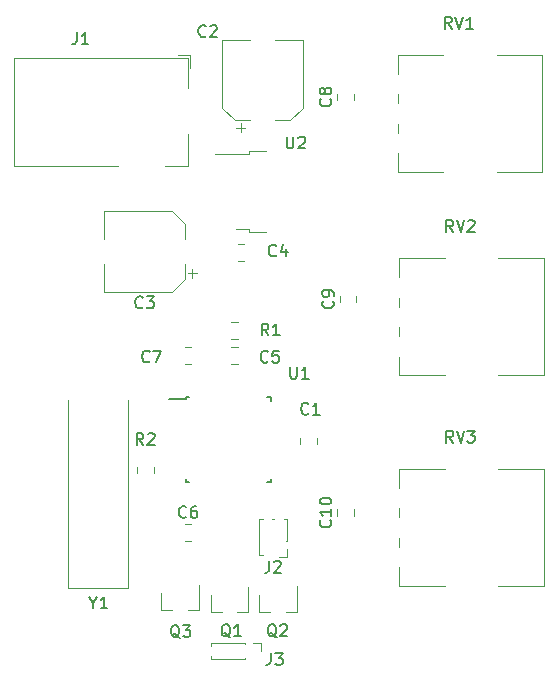
<source format=gbr>
G04 #@! TF.GenerationSoftware,KiCad,Pcbnew,5.0.2-bee76a0~70~ubuntu18.04.1*
G04 #@! TF.CreationDate,2018-12-03T19:26:52-05:00*
G04 #@! TF.ProjectId,LEDStuff,4c454453-7475-4666-962e-6b696361645f,rev?*
G04 #@! TF.SameCoordinates,Original*
G04 #@! TF.FileFunction,Legend,Top*
G04 #@! TF.FilePolarity,Positive*
%FSLAX46Y46*%
G04 Gerber Fmt 4.6, Leading zero omitted, Abs format (unit mm)*
G04 Created by KiCad (PCBNEW 5.0.2-bee76a0~70~ubuntu18.04.1) date Mon 03 Dec 2018 07:26:52 PM EST*
%MOMM*%
%LPD*%
G01*
G04 APERTURE LIST*
%ADD10C,0.120000*%
%ADD11C,0.150000*%
G04 APERTURE END LIST*
D10*
G04 #@! TO.C,C1*
X153516400Y-103833452D02*
X153516400Y-103310948D01*
X152096400Y-103833452D02*
X152096400Y-103310948D01*
G04 #@! TO.C,C2*
X152300996Y-69602071D02*
X149950996Y-69602071D01*
X145480996Y-69602071D02*
X147830996Y-69602071D01*
X145480996Y-75357634D02*
X145480996Y-69602071D01*
X152300996Y-75357634D02*
X152300996Y-69602071D01*
X151236559Y-76422071D02*
X149950996Y-76422071D01*
X146545433Y-76422071D02*
X147830996Y-76422071D01*
X146545433Y-76422071D02*
X145480996Y-75357634D01*
X151236559Y-76422071D02*
X152300996Y-75357634D01*
X147043496Y-77449571D02*
X147043496Y-76662071D01*
X146649746Y-77055821D02*
X147437246Y-77055821D01*
G04 #@! TO.C,C3*
X142943650Y-89782350D02*
X142943650Y-88994850D01*
X143337400Y-89388600D02*
X142549900Y-89388600D01*
X142309900Y-85195537D02*
X141245463Y-84131100D01*
X142309900Y-89886663D02*
X141245463Y-90951100D01*
X142309900Y-89886663D02*
X142309900Y-88601100D01*
X142309900Y-85195537D02*
X142309900Y-86481100D01*
X141245463Y-84131100D02*
X135489900Y-84131100D01*
X141245463Y-90951100D02*
X135489900Y-90951100D01*
X135489900Y-90951100D02*
X135489900Y-88601100D01*
X135489900Y-84131100D02*
X135489900Y-86481100D01*
G04 #@! TO.C,C4*
X146801048Y-86881900D02*
X147323552Y-86881900D01*
X146801048Y-88301900D02*
X147323552Y-88301900D01*
G04 #@! TO.C,C5*
X146772152Y-95644900D02*
X146249648Y-95644900D01*
X146772152Y-97064900D02*
X146249648Y-97064900D01*
G04 #@! TO.C,C6*
X142338048Y-110592800D02*
X142860552Y-110592800D01*
X142338048Y-112012800D02*
X142860552Y-112012800D01*
G04 #@! TO.C,C7*
X142308948Y-97077600D02*
X142831452Y-97077600D01*
X142308948Y-95657600D02*
X142831452Y-95657600D01*
G04 #@! TO.C,C8*
X156627900Y-74704952D02*
X156627900Y-74182448D01*
X155207900Y-74704952D02*
X155207900Y-74182448D01*
G04 #@! TO.C,C9*
X155411100Y-91837252D02*
X155411100Y-91314748D01*
X156831100Y-91837252D02*
X156831100Y-91314748D01*
G04 #@! TO.C,C10*
X155207900Y-109904052D02*
X155207900Y-109381548D01*
X156627900Y-109904052D02*
X156627900Y-109381548D01*
G04 #@! TO.C,J1*
X142743100Y-71967400D02*
X142743100Y-70917400D01*
X141693100Y-70917400D02*
X142743100Y-70917400D01*
X136643100Y-80317400D02*
X127843100Y-80317400D01*
X127843100Y-80317400D02*
X127843100Y-71117400D01*
X142543100Y-77617400D02*
X142543100Y-80317400D01*
X142543100Y-80317400D02*
X140643100Y-80317400D01*
X127843100Y-71117400D02*
X142543100Y-71117400D01*
X142543100Y-71117400D02*
X142543100Y-73717400D01*
G04 #@! TO.C,J2*
X150989100Y-110152500D02*
X150673593Y-110152500D01*
X148884607Y-110152500D02*
X148569100Y-110152500D01*
X149884607Y-110152500D02*
X149673593Y-110152500D01*
X150989100Y-112027500D02*
X150989100Y-110152500D01*
X148569100Y-113272500D02*
X148569100Y-110152500D01*
X150989100Y-112027500D02*
X150887376Y-112027500D01*
X148884607Y-113272500D02*
X148569100Y-113272500D01*
X150989100Y-112712500D02*
X150989100Y-113397500D01*
X150989100Y-113397500D02*
X150279100Y-113397500D01*
G04 #@! TO.C,J3*
X144547400Y-120678900D02*
X144547400Y-120979407D01*
X144547400Y-121768393D02*
X144547400Y-122068900D01*
X147422400Y-120678900D02*
X144547400Y-120678900D01*
X147422400Y-122068900D02*
X144547400Y-122068900D01*
X147422400Y-120678900D02*
X147422400Y-120765624D01*
X147422400Y-121982176D02*
X147422400Y-122068900D01*
X148107400Y-120678900D02*
X148792400Y-120678900D01*
X148792400Y-120678900D02*
X148792400Y-121373900D01*
G04 #@! TO.C,Q1*
X144520800Y-118082600D02*
X145450800Y-118082600D01*
X147680800Y-118082600D02*
X146750800Y-118082600D01*
X147680800Y-118082600D02*
X147680800Y-115922600D01*
X144520800Y-118082600D02*
X144520800Y-116622600D01*
G04 #@! TO.C,Q2*
X148622900Y-118057200D02*
X148622900Y-116597200D01*
X151782900Y-118057200D02*
X151782900Y-115897200D01*
X151782900Y-118057200D02*
X150852900Y-118057200D01*
X148622900Y-118057200D02*
X149552900Y-118057200D01*
G04 #@! TO.C,Q3*
X140329800Y-117904800D02*
X141259800Y-117904800D01*
X143489800Y-117904800D02*
X142559800Y-117904800D01*
X143489800Y-117904800D02*
X143489800Y-115744800D01*
X140329800Y-117904800D02*
X140329800Y-116444800D01*
G04 #@! TO.C,R1*
X146249648Y-93498600D02*
X146772152Y-93498600D01*
X146249648Y-94918600D02*
X146772152Y-94918600D01*
G04 #@! TO.C,R2*
X138291500Y-105762048D02*
X138291500Y-106284552D01*
X139711500Y-105762048D02*
X139711500Y-106284552D01*
G04 #@! TO.C,RV1*
X160328500Y-70901700D02*
X164193500Y-70901700D01*
X168703500Y-70901700D02*
X172568500Y-70901700D01*
X160328500Y-80841700D02*
X164193500Y-80841700D01*
X168703500Y-80841700D02*
X172568500Y-80841700D01*
X160328500Y-70901700D02*
X160328500Y-72500700D01*
X160328500Y-74242700D02*
X160328500Y-75001700D01*
X160328500Y-76742700D02*
X160328500Y-77501700D01*
X160328500Y-79241700D02*
X160328500Y-80841700D01*
X172568500Y-70901700D02*
X172568500Y-80841700D01*
G04 #@! TO.C,RV2*
X172695500Y-88097500D02*
X172695500Y-98037500D01*
X160455500Y-96437500D02*
X160455500Y-98037500D01*
X160455500Y-93938500D02*
X160455500Y-94697500D01*
X160455500Y-91438500D02*
X160455500Y-92197500D01*
X160455500Y-88097500D02*
X160455500Y-89696500D01*
X168830500Y-98037500D02*
X172695500Y-98037500D01*
X160455500Y-98037500D02*
X164320500Y-98037500D01*
X168830500Y-88097500D02*
X172695500Y-88097500D01*
X160455500Y-88097500D02*
X164320500Y-88097500D01*
G04 #@! TO.C,RV3*
X160455500Y-105941000D02*
X164320500Y-105941000D01*
X168830500Y-105941000D02*
X172695500Y-105941000D01*
X160455500Y-115881000D02*
X164320500Y-115881000D01*
X168830500Y-115881000D02*
X172695500Y-115881000D01*
X160455500Y-105941000D02*
X160455500Y-107540000D01*
X160455500Y-109282000D02*
X160455500Y-110041000D01*
X160455500Y-111782000D02*
X160455500Y-112541000D01*
X160455500Y-114281000D02*
X160455500Y-115881000D01*
X172695500Y-105941000D02*
X172695500Y-115881000D01*
D11*
G04 #@! TO.C,U1*
X142374200Y-99841900D02*
X142374200Y-100066900D01*
X149624200Y-99841900D02*
X149624200Y-100166900D01*
X149624200Y-107091900D02*
X149624200Y-106766900D01*
X142374200Y-107091900D02*
X142374200Y-106766900D01*
X142374200Y-99841900D02*
X142699200Y-99841900D01*
X142374200Y-107091900D02*
X142699200Y-107091900D01*
X149624200Y-107091900D02*
X149299200Y-107091900D01*
X149624200Y-99841900D02*
X149299200Y-99841900D01*
X142374200Y-100066900D02*
X140949200Y-100066900D01*
D10*
G04 #@! TO.C,Y1*
X132425600Y-100094200D02*
X132425600Y-116069200D01*
X132425600Y-116069200D02*
X137525600Y-116069200D01*
X137525600Y-116069200D02*
X137525600Y-100094200D01*
G04 #@! TO.C,U2*
X149207500Y-79011100D02*
X147707500Y-79011100D01*
X147707500Y-79011100D02*
X147707500Y-79281100D01*
X147707500Y-79281100D02*
X144877500Y-79281100D01*
X149207500Y-85911100D02*
X147707500Y-85911100D01*
X147707500Y-85911100D02*
X147707500Y-85641100D01*
X147707500Y-85641100D02*
X146607500Y-85641100D01*
G04 #@! TO.C,C1*
D11*
X152766733Y-101245942D02*
X152719114Y-101293561D01*
X152576257Y-101341180D01*
X152481019Y-101341180D01*
X152338161Y-101293561D01*
X152242923Y-101198323D01*
X152195304Y-101103085D01*
X152147685Y-100912609D01*
X152147685Y-100769752D01*
X152195304Y-100579276D01*
X152242923Y-100484038D01*
X152338161Y-100388800D01*
X152481019Y-100341180D01*
X152576257Y-100341180D01*
X152719114Y-100388800D01*
X152766733Y-100436419D01*
X153719114Y-101341180D02*
X153147685Y-101341180D01*
X153433400Y-101341180D02*
X153433400Y-100341180D01*
X153338161Y-100484038D01*
X153242923Y-100579276D01*
X153147685Y-100626895D01*
G04 #@! TO.C,C2*
X144079933Y-69292742D02*
X144032314Y-69340361D01*
X143889457Y-69387980D01*
X143794219Y-69387980D01*
X143651361Y-69340361D01*
X143556123Y-69245123D01*
X143508504Y-69149885D01*
X143460885Y-68959409D01*
X143460885Y-68816552D01*
X143508504Y-68626076D01*
X143556123Y-68530838D01*
X143651361Y-68435600D01*
X143794219Y-68387980D01*
X143889457Y-68387980D01*
X144032314Y-68435600D01*
X144079933Y-68483219D01*
X144460885Y-68483219D02*
X144508504Y-68435600D01*
X144603742Y-68387980D01*
X144841838Y-68387980D01*
X144937076Y-68435600D01*
X144984695Y-68483219D01*
X145032314Y-68578457D01*
X145032314Y-68673695D01*
X144984695Y-68816552D01*
X144413266Y-69387980D01*
X145032314Y-69387980D01*
G04 #@! TO.C,C3*
X138733233Y-92248242D02*
X138685614Y-92295861D01*
X138542757Y-92343480D01*
X138447519Y-92343480D01*
X138304661Y-92295861D01*
X138209423Y-92200623D01*
X138161804Y-92105385D01*
X138114185Y-91914909D01*
X138114185Y-91772052D01*
X138161804Y-91581576D01*
X138209423Y-91486338D01*
X138304661Y-91391100D01*
X138447519Y-91343480D01*
X138542757Y-91343480D01*
X138685614Y-91391100D01*
X138733233Y-91438719D01*
X139066566Y-91343480D02*
X139685614Y-91343480D01*
X139352280Y-91724433D01*
X139495138Y-91724433D01*
X139590376Y-91772052D01*
X139637995Y-91819671D01*
X139685614Y-91914909D01*
X139685614Y-92153004D01*
X139637995Y-92248242D01*
X139590376Y-92295861D01*
X139495138Y-92343480D01*
X139209423Y-92343480D01*
X139114185Y-92295861D01*
X139066566Y-92248242D01*
G04 #@! TO.C,C4*
X150036233Y-87860142D02*
X149988614Y-87907761D01*
X149845757Y-87955380D01*
X149750519Y-87955380D01*
X149607661Y-87907761D01*
X149512423Y-87812523D01*
X149464804Y-87717285D01*
X149417185Y-87526809D01*
X149417185Y-87383952D01*
X149464804Y-87193476D01*
X149512423Y-87098238D01*
X149607661Y-87003000D01*
X149750519Y-86955380D01*
X149845757Y-86955380D01*
X149988614Y-87003000D01*
X150036233Y-87050619D01*
X150893376Y-87288714D02*
X150893376Y-87955380D01*
X150655280Y-86907761D02*
X150417185Y-87622047D01*
X151036233Y-87622047D01*
G04 #@! TO.C,C5*
X149337733Y-96851742D02*
X149290114Y-96899361D01*
X149147257Y-96946980D01*
X149052019Y-96946980D01*
X148909161Y-96899361D01*
X148813923Y-96804123D01*
X148766304Y-96708885D01*
X148718685Y-96518409D01*
X148718685Y-96375552D01*
X148766304Y-96185076D01*
X148813923Y-96089838D01*
X148909161Y-95994600D01*
X149052019Y-95946980D01*
X149147257Y-95946980D01*
X149290114Y-95994600D01*
X149337733Y-96042219D01*
X150242495Y-95946980D02*
X149766304Y-95946980D01*
X149718685Y-96423171D01*
X149766304Y-96375552D01*
X149861542Y-96327933D01*
X150099638Y-96327933D01*
X150194876Y-96375552D01*
X150242495Y-96423171D01*
X150290114Y-96518409D01*
X150290114Y-96756504D01*
X150242495Y-96851742D01*
X150194876Y-96899361D01*
X150099638Y-96946980D01*
X149861542Y-96946980D01*
X149766304Y-96899361D01*
X149718685Y-96851742D01*
G04 #@! TO.C,C6*
X142416233Y-109996242D02*
X142368614Y-110043861D01*
X142225757Y-110091480D01*
X142130519Y-110091480D01*
X141987661Y-110043861D01*
X141892423Y-109948623D01*
X141844804Y-109853385D01*
X141797185Y-109662909D01*
X141797185Y-109520052D01*
X141844804Y-109329576D01*
X141892423Y-109234338D01*
X141987661Y-109139100D01*
X142130519Y-109091480D01*
X142225757Y-109091480D01*
X142368614Y-109139100D01*
X142416233Y-109186719D01*
X143273376Y-109091480D02*
X143082900Y-109091480D01*
X142987661Y-109139100D01*
X142940042Y-109186719D01*
X142844804Y-109329576D01*
X142797185Y-109520052D01*
X142797185Y-109901004D01*
X142844804Y-109996242D01*
X142892423Y-110043861D01*
X142987661Y-110091480D01*
X143178138Y-110091480D01*
X143273376Y-110043861D01*
X143320995Y-109996242D01*
X143368614Y-109901004D01*
X143368614Y-109662909D01*
X143320995Y-109567671D01*
X143273376Y-109520052D01*
X143178138Y-109472433D01*
X142987661Y-109472433D01*
X142892423Y-109520052D01*
X142844804Y-109567671D01*
X142797185Y-109662909D01*
G04 #@! TO.C,C7*
X139317433Y-96839042D02*
X139269814Y-96886661D01*
X139126957Y-96934280D01*
X139031719Y-96934280D01*
X138888861Y-96886661D01*
X138793623Y-96791423D01*
X138746004Y-96696185D01*
X138698385Y-96505709D01*
X138698385Y-96362852D01*
X138746004Y-96172376D01*
X138793623Y-96077138D01*
X138888861Y-95981900D01*
X139031719Y-95934280D01*
X139126957Y-95934280D01*
X139269814Y-95981900D01*
X139317433Y-96029519D01*
X139650766Y-95934280D02*
X140317433Y-95934280D01*
X139888861Y-96934280D01*
G04 #@! TO.C,C8*
X154625042Y-74610366D02*
X154672661Y-74657985D01*
X154720280Y-74800842D01*
X154720280Y-74896080D01*
X154672661Y-75038938D01*
X154577423Y-75134176D01*
X154482185Y-75181795D01*
X154291709Y-75229414D01*
X154148852Y-75229414D01*
X153958376Y-75181795D01*
X153863138Y-75134176D01*
X153767900Y-75038938D01*
X153720280Y-74896080D01*
X153720280Y-74800842D01*
X153767900Y-74657985D01*
X153815519Y-74610366D01*
X154148852Y-74038938D02*
X154101233Y-74134176D01*
X154053614Y-74181795D01*
X153958376Y-74229414D01*
X153910757Y-74229414D01*
X153815519Y-74181795D01*
X153767900Y-74134176D01*
X153720280Y-74038938D01*
X153720280Y-73848461D01*
X153767900Y-73753223D01*
X153815519Y-73705604D01*
X153910757Y-73657985D01*
X153958376Y-73657985D01*
X154053614Y-73705604D01*
X154101233Y-73753223D01*
X154148852Y-73848461D01*
X154148852Y-74038938D01*
X154196471Y-74134176D01*
X154244090Y-74181795D01*
X154339328Y-74229414D01*
X154529804Y-74229414D01*
X154625042Y-74181795D01*
X154672661Y-74134176D01*
X154720280Y-74038938D01*
X154720280Y-73848461D01*
X154672661Y-73753223D01*
X154625042Y-73705604D01*
X154529804Y-73657985D01*
X154339328Y-73657985D01*
X154244090Y-73705604D01*
X154196471Y-73753223D01*
X154148852Y-73848461D01*
G04 #@! TO.C,C9*
X154828242Y-91742666D02*
X154875861Y-91790285D01*
X154923480Y-91933142D01*
X154923480Y-92028380D01*
X154875861Y-92171238D01*
X154780623Y-92266476D01*
X154685385Y-92314095D01*
X154494909Y-92361714D01*
X154352052Y-92361714D01*
X154161576Y-92314095D01*
X154066338Y-92266476D01*
X153971100Y-92171238D01*
X153923480Y-92028380D01*
X153923480Y-91933142D01*
X153971100Y-91790285D01*
X154018719Y-91742666D01*
X154923480Y-91266476D02*
X154923480Y-91076000D01*
X154875861Y-90980761D01*
X154828242Y-90933142D01*
X154685385Y-90837904D01*
X154494909Y-90790285D01*
X154113957Y-90790285D01*
X154018719Y-90837904D01*
X153971100Y-90885523D01*
X153923480Y-90980761D01*
X153923480Y-91171238D01*
X153971100Y-91266476D01*
X154018719Y-91314095D01*
X154113957Y-91361714D01*
X154352052Y-91361714D01*
X154447290Y-91314095D01*
X154494909Y-91266476D01*
X154542528Y-91171238D01*
X154542528Y-90980761D01*
X154494909Y-90885523D01*
X154447290Y-90837904D01*
X154352052Y-90790285D01*
G04 #@! TO.C,C10*
X154625042Y-110285657D02*
X154672661Y-110333276D01*
X154720280Y-110476133D01*
X154720280Y-110571371D01*
X154672661Y-110714228D01*
X154577423Y-110809466D01*
X154482185Y-110857085D01*
X154291709Y-110904704D01*
X154148852Y-110904704D01*
X153958376Y-110857085D01*
X153863138Y-110809466D01*
X153767900Y-110714228D01*
X153720280Y-110571371D01*
X153720280Y-110476133D01*
X153767900Y-110333276D01*
X153815519Y-110285657D01*
X154720280Y-109333276D02*
X154720280Y-109904704D01*
X154720280Y-109618990D02*
X153720280Y-109618990D01*
X153863138Y-109714228D01*
X153958376Y-109809466D01*
X154005995Y-109904704D01*
X153720280Y-108714228D02*
X153720280Y-108618990D01*
X153767900Y-108523752D01*
X153815519Y-108476133D01*
X153910757Y-108428514D01*
X154101233Y-108380895D01*
X154339328Y-108380895D01*
X154529804Y-108428514D01*
X154625042Y-108476133D01*
X154672661Y-108523752D01*
X154720280Y-108618990D01*
X154720280Y-108714228D01*
X154672661Y-108809466D01*
X154625042Y-108857085D01*
X154529804Y-108904704D01*
X154339328Y-108952323D01*
X154101233Y-108952323D01*
X153910757Y-108904704D01*
X153815519Y-108857085D01*
X153767900Y-108809466D01*
X153720280Y-108714228D01*
G04 #@! TO.C,J1*
X133143666Y-68984880D02*
X133143666Y-69699166D01*
X133096047Y-69842023D01*
X133000809Y-69937261D01*
X132857952Y-69984880D01*
X132762714Y-69984880D01*
X134143666Y-69984880D02*
X133572238Y-69984880D01*
X133857952Y-69984880D02*
X133857952Y-68984880D01*
X133762714Y-69127738D01*
X133667476Y-69222976D01*
X133572238Y-69270595D01*
G04 #@! TO.C,J2*
X149445766Y-113724880D02*
X149445766Y-114439166D01*
X149398147Y-114582023D01*
X149302909Y-114677261D01*
X149160052Y-114724880D01*
X149064814Y-114724880D01*
X149874338Y-113820119D02*
X149921957Y-113772500D01*
X150017195Y-113724880D01*
X150255290Y-113724880D01*
X150350528Y-113772500D01*
X150398147Y-113820119D01*
X150445766Y-113915357D01*
X150445766Y-114010595D01*
X150398147Y-114153452D01*
X149826719Y-114724880D01*
X150445766Y-114724880D01*
G04 #@! TO.C,J3*
X149590166Y-121537480D02*
X149590166Y-122251766D01*
X149542547Y-122394623D01*
X149447309Y-122489861D01*
X149304452Y-122537480D01*
X149209214Y-122537480D01*
X149971119Y-121537480D02*
X150590166Y-121537480D01*
X150256833Y-121918433D01*
X150399690Y-121918433D01*
X150494928Y-121966052D01*
X150542547Y-122013671D01*
X150590166Y-122108909D01*
X150590166Y-122347004D01*
X150542547Y-122442242D01*
X150494928Y-122489861D01*
X150399690Y-122537480D01*
X150113976Y-122537480D01*
X150018738Y-122489861D01*
X149971119Y-122442242D01*
G04 #@! TO.C,Q1*
X146157961Y-120207019D02*
X146062723Y-120159400D01*
X145967485Y-120064161D01*
X145824628Y-119921304D01*
X145729390Y-119873685D01*
X145634152Y-119873685D01*
X145681771Y-120111780D02*
X145586533Y-120064161D01*
X145491295Y-119968923D01*
X145443676Y-119778447D01*
X145443676Y-119445114D01*
X145491295Y-119254638D01*
X145586533Y-119159400D01*
X145681771Y-119111780D01*
X145872247Y-119111780D01*
X145967485Y-119159400D01*
X146062723Y-119254638D01*
X146110342Y-119445114D01*
X146110342Y-119778447D01*
X146062723Y-119968923D01*
X145967485Y-120064161D01*
X145872247Y-120111780D01*
X145681771Y-120111780D01*
X147062723Y-120111780D02*
X146491295Y-120111780D01*
X146777009Y-120111780D02*
X146777009Y-119111780D01*
X146681771Y-119254638D01*
X146586533Y-119349876D01*
X146491295Y-119397495D01*
G04 #@! TO.C,Q2*
X150069561Y-120207019D02*
X149974323Y-120159400D01*
X149879085Y-120064161D01*
X149736228Y-119921304D01*
X149640990Y-119873685D01*
X149545752Y-119873685D01*
X149593371Y-120111780D02*
X149498133Y-120064161D01*
X149402895Y-119968923D01*
X149355276Y-119778447D01*
X149355276Y-119445114D01*
X149402895Y-119254638D01*
X149498133Y-119159400D01*
X149593371Y-119111780D01*
X149783847Y-119111780D01*
X149879085Y-119159400D01*
X149974323Y-119254638D01*
X150021942Y-119445114D01*
X150021942Y-119778447D01*
X149974323Y-119968923D01*
X149879085Y-120064161D01*
X149783847Y-120111780D01*
X149593371Y-120111780D01*
X150402895Y-119207019D02*
X150450514Y-119159400D01*
X150545752Y-119111780D01*
X150783847Y-119111780D01*
X150879085Y-119159400D01*
X150926704Y-119207019D01*
X150974323Y-119302257D01*
X150974323Y-119397495D01*
X150926704Y-119540352D01*
X150355276Y-120111780D01*
X150974323Y-120111780D01*
G04 #@! TO.C,Q3*
X141865361Y-120257819D02*
X141770123Y-120210200D01*
X141674885Y-120114961D01*
X141532028Y-119972104D01*
X141436790Y-119924485D01*
X141341552Y-119924485D01*
X141389171Y-120162580D02*
X141293933Y-120114961D01*
X141198695Y-120019723D01*
X141151076Y-119829247D01*
X141151076Y-119495914D01*
X141198695Y-119305438D01*
X141293933Y-119210200D01*
X141389171Y-119162580D01*
X141579647Y-119162580D01*
X141674885Y-119210200D01*
X141770123Y-119305438D01*
X141817742Y-119495914D01*
X141817742Y-119829247D01*
X141770123Y-120019723D01*
X141674885Y-120114961D01*
X141579647Y-120162580D01*
X141389171Y-120162580D01*
X142151076Y-119162580D02*
X142770123Y-119162580D01*
X142436790Y-119543533D01*
X142579647Y-119543533D01*
X142674885Y-119591152D01*
X142722504Y-119638771D01*
X142770123Y-119734009D01*
X142770123Y-119972104D01*
X142722504Y-120067342D01*
X142674885Y-120114961D01*
X142579647Y-120162580D01*
X142293933Y-120162580D01*
X142198695Y-120114961D01*
X142151076Y-120067342D01*
G04 #@! TO.C,R1*
X149388533Y-94635580D02*
X149055200Y-94159390D01*
X148817104Y-94635580D02*
X148817104Y-93635580D01*
X149198057Y-93635580D01*
X149293295Y-93683200D01*
X149340914Y-93730819D01*
X149388533Y-93826057D01*
X149388533Y-93968914D01*
X149340914Y-94064152D01*
X149293295Y-94111771D01*
X149198057Y-94159390D01*
X148817104Y-94159390D01*
X150340914Y-94635580D02*
X149769485Y-94635580D01*
X150055200Y-94635580D02*
X150055200Y-93635580D01*
X149959961Y-93778438D01*
X149864723Y-93873676D01*
X149769485Y-93921295D01*
G04 #@! TO.C,R2*
X138796733Y-103906580D02*
X138463400Y-103430390D01*
X138225304Y-103906580D02*
X138225304Y-102906580D01*
X138606257Y-102906580D01*
X138701495Y-102954200D01*
X138749114Y-103001819D01*
X138796733Y-103097057D01*
X138796733Y-103239914D01*
X138749114Y-103335152D01*
X138701495Y-103382771D01*
X138606257Y-103430390D01*
X138225304Y-103430390D01*
X139177685Y-103001819D02*
X139225304Y-102954200D01*
X139320542Y-102906580D01*
X139558638Y-102906580D01*
X139653876Y-102954200D01*
X139701495Y-103001819D01*
X139749114Y-103097057D01*
X139749114Y-103192295D01*
X139701495Y-103335152D01*
X139130066Y-103906580D01*
X139749114Y-103906580D01*
G04 #@! TO.C,RV1*
X164903261Y-68674080D02*
X164569928Y-68197890D01*
X164331833Y-68674080D02*
X164331833Y-67674080D01*
X164712785Y-67674080D01*
X164808023Y-67721700D01*
X164855642Y-67769319D01*
X164903261Y-67864557D01*
X164903261Y-68007414D01*
X164855642Y-68102652D01*
X164808023Y-68150271D01*
X164712785Y-68197890D01*
X164331833Y-68197890D01*
X165188976Y-67674080D02*
X165522309Y-68674080D01*
X165855642Y-67674080D01*
X166712785Y-68674080D02*
X166141357Y-68674080D01*
X166427071Y-68674080D02*
X166427071Y-67674080D01*
X166331833Y-67816938D01*
X166236595Y-67912176D01*
X166141357Y-67959795D01*
G04 #@! TO.C,RV2*
X165030261Y-85869880D02*
X164696928Y-85393690D01*
X164458833Y-85869880D02*
X164458833Y-84869880D01*
X164839785Y-84869880D01*
X164935023Y-84917500D01*
X164982642Y-84965119D01*
X165030261Y-85060357D01*
X165030261Y-85203214D01*
X164982642Y-85298452D01*
X164935023Y-85346071D01*
X164839785Y-85393690D01*
X164458833Y-85393690D01*
X165315976Y-84869880D02*
X165649309Y-85869880D01*
X165982642Y-84869880D01*
X166268357Y-84965119D02*
X166315976Y-84917500D01*
X166411214Y-84869880D01*
X166649309Y-84869880D01*
X166744547Y-84917500D01*
X166792166Y-84965119D01*
X166839785Y-85060357D01*
X166839785Y-85155595D01*
X166792166Y-85298452D01*
X166220738Y-85869880D01*
X166839785Y-85869880D01*
G04 #@! TO.C,RV3*
X165030261Y-103713380D02*
X164696928Y-103237190D01*
X164458833Y-103713380D02*
X164458833Y-102713380D01*
X164839785Y-102713380D01*
X164935023Y-102761000D01*
X164982642Y-102808619D01*
X165030261Y-102903857D01*
X165030261Y-103046714D01*
X164982642Y-103141952D01*
X164935023Y-103189571D01*
X164839785Y-103237190D01*
X164458833Y-103237190D01*
X165315976Y-102713380D02*
X165649309Y-103713380D01*
X165982642Y-102713380D01*
X166220738Y-102713380D02*
X166839785Y-102713380D01*
X166506452Y-103094333D01*
X166649309Y-103094333D01*
X166744547Y-103141952D01*
X166792166Y-103189571D01*
X166839785Y-103284809D01*
X166839785Y-103522904D01*
X166792166Y-103618142D01*
X166744547Y-103665761D01*
X166649309Y-103713380D01*
X166363595Y-103713380D01*
X166268357Y-103665761D01*
X166220738Y-103618142D01*
G04 #@! TO.C,U1*
X151218995Y-97293180D02*
X151218995Y-98102704D01*
X151266614Y-98197942D01*
X151314233Y-98245561D01*
X151409471Y-98293180D01*
X151599947Y-98293180D01*
X151695185Y-98245561D01*
X151742804Y-98197942D01*
X151790423Y-98102704D01*
X151790423Y-97293180D01*
X152790423Y-98293180D02*
X152218995Y-98293180D01*
X152504709Y-98293180D02*
X152504709Y-97293180D01*
X152409471Y-97436038D01*
X152314233Y-97531276D01*
X152218995Y-97578895D01*
G04 #@! TO.C,Y1*
X134562909Y-117286090D02*
X134562909Y-117762280D01*
X134229576Y-116762280D02*
X134562909Y-117286090D01*
X134896242Y-116762280D01*
X135753385Y-117762280D02*
X135181957Y-117762280D01*
X135467671Y-117762280D02*
X135467671Y-116762280D01*
X135372433Y-116905138D01*
X135277195Y-117000376D01*
X135181957Y-117047995D01*
G04 #@! TO.C,U2*
X150926895Y-77811380D02*
X150926895Y-78620904D01*
X150974514Y-78716142D01*
X151022133Y-78763761D01*
X151117371Y-78811380D01*
X151307847Y-78811380D01*
X151403085Y-78763761D01*
X151450704Y-78716142D01*
X151498323Y-78620904D01*
X151498323Y-77811380D01*
X151926895Y-77906619D02*
X151974514Y-77859000D01*
X152069752Y-77811380D01*
X152307847Y-77811380D01*
X152403085Y-77859000D01*
X152450704Y-77906619D01*
X152498323Y-78001857D01*
X152498323Y-78097095D01*
X152450704Y-78239952D01*
X151879276Y-78811380D01*
X152498323Y-78811380D01*
G04 #@! TD*
M02*

</source>
